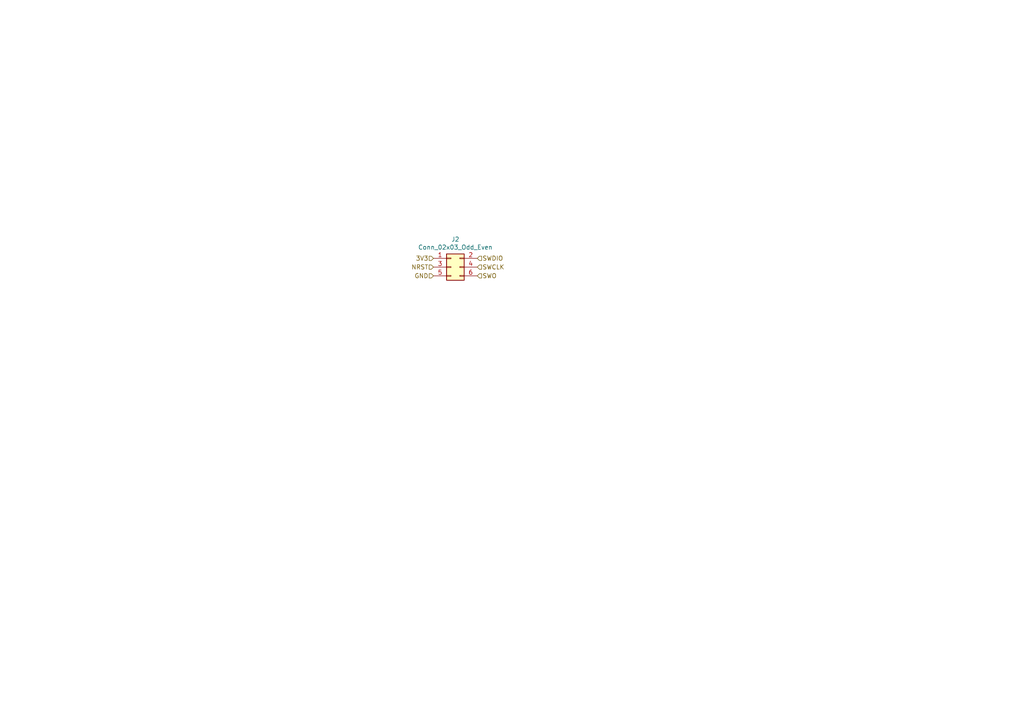
<source format=kicad_sch>
(kicad_sch (version 20231120) (generator "eeschema") (generator_version "8.0")
  (paper "A4")
  (lib_symbols
    (symbol "Connector_Generic:Conn_02x03_Odd_Even" (pin_names (offset 1.016) hide)
      (property "Reference" "J" (at 1.27 5.08 0))
      (property "Value" "Conn_02x03_Odd_Even" (at 1.27 -5.08 0))
      (symbol "Conn_02x03_Odd_Even_1_1"
        (rectangle (start -1.27 -2.413) (end 0 -2.667) (stroke (width 0.1524)))
        (rectangle (start -1.27 0.127) (end 0 -0.127) (stroke (width 0.1524)))
        (rectangle (start -1.27 2.667) (end 0 2.413) (stroke (width 0.1524)))
        (rectangle (start -1.27 3.81) (end 3.81 -3.81) (stroke (width 0.254)) (fill (type background)))
        (rectangle (start 3.81 -2.413) (end 2.54 -2.667) (stroke (width 0.1524)))
        (rectangle (start 3.81 0.127) (end 2.54 -0.127) (stroke (width 0.1524)))
        (rectangle (start 3.81 2.667) (end 2.54 2.413) (stroke (width 0.1524)))
        (pin passive line (at -5.08 2.54 0) (length 3.81) (name "Pin_1") (number "1"))
        (pin passive line (at 7.62 2.54 180) (length 3.81) (name "Pin_2") (number "2"))
        (pin passive line (at -5.08 0 0) (length 3.81) (name "Pin_3") (number "3"))
        (pin passive line (at 7.62 0 180) (length 3.81) (name "Pin_4") (number "4"))
        (pin passive line (at -5.08 -2.54 0) (length 3.81) (name "Pin_5") (number "5"))
        (pin passive line (at 7.62 -2.54 180) (length 3.81) (name "Pin_6") (number "6"))
      )
    )
  )
  (hierarchical_label "SWDIO" (shape input) (at 138.43 74.93 0))
  (hierarchical_label "GND" (shape input) (at 125.73 80.01 180))
  (hierarchical_label "SWO" (shape input) (at 138.43 80.01 0))
  (hierarchical_label "3V3" (shape input) (at 125.73 74.93 180))
  (hierarchical_label "NRST" (shape input) (at 125.73 77.47 180))
  (hierarchical_label "SWCLK" (shape input) (at 138.43 77.47 0))
  (symbol (lib_id "Connector_Generic:Conn_02x03_Odd_Even") (at 130.81 77.47 0) (unit 1)
    (property "Reference" "J2" (at 132.08 69.4182 0))
    (property "Value" "Conn_02x03_Odd_Even" (at 132.08 71.7296 0))
    (property "Footprint" "Connector:Tag-Connect_TC2030-IDC-FP_2x03_P1.27mm_Vertical" (effects (hide yes)))
  )
)
</source>
